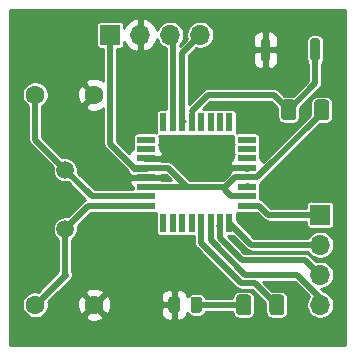
<source format=gbr>
%TF.GenerationSoftware,KiCad,Pcbnew,(5.1.6-0)*%
%TF.CreationDate,2021-01-06T13:16:31+01:00*%
%TF.ProjectId,PID_CMS,5049445f-434d-4532-9e6b-696361645f70,rev?*%
%TF.SameCoordinates,PX8404630PY32de760*%
%TF.FileFunction,Copper,L1,Top*%
%TF.FilePolarity,Positive*%
%FSLAX46Y46*%
G04 Gerber Fmt 4.6, Leading zero omitted, Abs format (unit mm)*
G04 Created by KiCad (PCBNEW (5.1.6-0)) date 2021-01-06 13:16:31*
%MOMM*%
%LPD*%
G01*
G04 APERTURE LIST*
%TA.AperFunction,SMDPad,CuDef*%
%ADD10R,0.550000X1.600000*%
%TD*%
%TA.AperFunction,SMDPad,CuDef*%
%ADD11R,1.600000X0.550000*%
%TD*%
%TA.AperFunction,ComponentPad*%
%ADD12O,1.700000X1.700000*%
%TD*%
%TA.AperFunction,ComponentPad*%
%ADD13R,1.700000X1.700000*%
%TD*%
%TA.AperFunction,ComponentPad*%
%ADD14C,1.500000*%
%TD*%
%TA.AperFunction,ComponentPad*%
%ADD15C,1.600000*%
%TD*%
%TA.AperFunction,Conductor*%
%ADD16C,0.500000*%
%TD*%
%TA.AperFunction,Conductor*%
%ADD17C,0.600000*%
%TD*%
%TA.AperFunction,Conductor*%
%ADD18C,0.400000*%
%TD*%
%TA.AperFunction,Conductor*%
%ADD19C,0.250000*%
%TD*%
%TA.AperFunction,Conductor*%
%ADD20C,0.254000*%
%TD*%
G04 APERTURE END LIST*
D10*
X13385001Y19244999D03*
X14185001Y19244999D03*
X14985001Y19244999D03*
X15785001Y19244999D03*
X16585001Y19244999D03*
X17385001Y19244999D03*
X18185001Y19244999D03*
X18985001Y19244999D03*
D11*
X20435001Y17794999D03*
X20435001Y16994999D03*
X20435001Y16194999D03*
X20435001Y15394999D03*
X20435001Y14594999D03*
X20435001Y13794999D03*
X20435001Y12994999D03*
X20435001Y12194999D03*
D10*
X18985001Y10744999D03*
X18185001Y10744999D03*
X17385001Y10744999D03*
X16585001Y10744999D03*
X15785001Y10744999D03*
X14985001Y10744999D03*
X14185001Y10744999D03*
X13385001Y10744999D03*
D11*
X11935001Y12194999D03*
X11935001Y12994999D03*
X11935001Y13794999D03*
X11935001Y14594999D03*
X11935001Y15394999D03*
X11935001Y16194999D03*
X11935001Y16994999D03*
X11935001Y17794999D03*
%TA.AperFunction,SMDPad,CuDef*%
G36*
G01*
X15690000Y3353750D02*
X15690000Y4266250D01*
G75*
G02*
X15933750Y4510000I243750J0D01*
G01*
X16421250Y4510000D01*
G75*
G02*
X16665000Y4266250I0J-243750D01*
G01*
X16665000Y3353750D01*
G75*
G02*
X16421250Y3110000I-243750J0D01*
G01*
X15933750Y3110000D01*
G75*
G02*
X15690000Y3353750I0J243750D01*
G01*
G37*
%TD.AperFunction*%
%TA.AperFunction,SMDPad,CuDef*%
G36*
G01*
X13815000Y3353750D02*
X13815000Y4266250D01*
G75*
G02*
X14058750Y4510000I243750J0D01*
G01*
X14546250Y4510000D01*
G75*
G02*
X14790000Y4266250I0J-243750D01*
G01*
X14790000Y3353750D01*
G75*
G02*
X14546250Y3110000I-243750J0D01*
G01*
X14058750Y3110000D01*
G75*
G02*
X13815000Y3353750I0J243750D01*
G01*
G37*
%TD.AperFunction*%
D12*
X26670000Y3810000D03*
X26670000Y6350000D03*
X26670000Y8890000D03*
D13*
X26670000Y11430000D03*
D12*
X16510000Y26670000D03*
X13970000Y26670000D03*
X11430000Y26670000D03*
D13*
X8890000Y26670000D03*
%TA.AperFunction,SMDPad,CuDef*%
G36*
G01*
X24625000Y20945000D02*
X24625000Y19695000D01*
G75*
G02*
X24375000Y19445000I-250000J0D01*
G01*
X23625000Y19445000D01*
G75*
G02*
X23375000Y19695000I0J250000D01*
G01*
X23375000Y20945000D01*
G75*
G02*
X23625000Y21195000I250000J0D01*
G01*
X24375000Y21195000D01*
G75*
G02*
X24625000Y20945000I0J-250000D01*
G01*
G37*
%TD.AperFunction*%
%TA.AperFunction,SMDPad,CuDef*%
G36*
G01*
X27425000Y20945000D02*
X27425000Y19695000D01*
G75*
G02*
X27175000Y19445000I-250000J0D01*
G01*
X26425000Y19445000D01*
G75*
G02*
X26175000Y19695000I0J250000D01*
G01*
X26175000Y20945000D01*
G75*
G02*
X26425000Y21195000I250000J0D01*
G01*
X27175000Y21195000D01*
G75*
G02*
X27425000Y20945000I0J-250000D01*
G01*
G37*
%TD.AperFunction*%
D14*
X5080000Y10240000D03*
X5080000Y15240000D03*
%TA.AperFunction,SMDPad,CuDef*%
G36*
G01*
X26630000Y26200000D02*
X26630000Y24600000D01*
G75*
G02*
X26430000Y24400000I-200000J0D01*
G01*
X26030000Y24400000D01*
G75*
G02*
X25830000Y24600000I0J200000D01*
G01*
X25830000Y26200000D01*
G75*
G02*
X26030000Y26400000I200000J0D01*
G01*
X26430000Y26400000D01*
G75*
G02*
X26630000Y26200000I0J-200000D01*
G01*
G37*
%TD.AperFunction*%
%TA.AperFunction,SMDPad,CuDef*%
G36*
G01*
X22430000Y26200000D02*
X22430000Y24600000D01*
G75*
G02*
X22230000Y24400000I-200000J0D01*
G01*
X21830000Y24400000D01*
G75*
G02*
X21630000Y24600000I0J200000D01*
G01*
X21630000Y26200000D01*
G75*
G02*
X21830000Y26400000I200000J0D01*
G01*
X22230000Y26400000D01*
G75*
G02*
X22430000Y26200000I0J-200000D01*
G01*
G37*
%TD.AperFunction*%
%TA.AperFunction,SMDPad,CuDef*%
G36*
G01*
X22365000Y3185000D02*
X22365000Y4435000D01*
G75*
G02*
X22615000Y4685000I250000J0D01*
G01*
X23365000Y4685000D01*
G75*
G02*
X23615000Y4435000I0J-250000D01*
G01*
X23615000Y3185000D01*
G75*
G02*
X23365000Y2935000I-250000J0D01*
G01*
X22615000Y2935000D01*
G75*
G02*
X22365000Y3185000I0J250000D01*
G01*
G37*
%TD.AperFunction*%
%TA.AperFunction,SMDPad,CuDef*%
G36*
G01*
X19565000Y3185000D02*
X19565000Y4435000D01*
G75*
G02*
X19815000Y4685000I250000J0D01*
G01*
X20565000Y4685000D01*
G75*
G02*
X20815000Y4435000I0J-250000D01*
G01*
X20815000Y3185000D01*
G75*
G02*
X20565000Y2935000I-250000J0D01*
G01*
X19815000Y2935000D01*
G75*
G02*
X19565000Y3185000I0J250000D01*
G01*
G37*
%TD.AperFunction*%
D15*
X7540000Y3810000D03*
X2540000Y3810000D03*
X7540000Y21590000D03*
X2540000Y21590000D03*
D16*
X2540000Y17780000D02*
X5080000Y15240000D01*
X2540000Y21590000D02*
X2540000Y17780000D01*
X7325001Y12994999D02*
X11935001Y12994999D01*
X5080000Y15240000D02*
X7325001Y12994999D01*
D17*
X5080000Y6350000D02*
X2540000Y3810000D01*
D16*
X5080000Y10240000D02*
X5080000Y6350000D01*
X7034999Y12194999D02*
X5080000Y10240000D01*
X11935001Y12194999D02*
X7034999Y12194999D01*
X16177500Y3810000D02*
X20190000Y3810000D01*
D18*
X13970000Y26670000D02*
X14060002Y26579998D01*
D16*
X14185001Y26454999D02*
X14185001Y19244999D01*
D18*
X13970000Y26670000D02*
X14185001Y26454999D01*
D19*
X15045001Y19244999D02*
X15185000Y19384998D01*
X14985001Y19244999D02*
X15045001Y19244999D01*
D16*
X14985001Y25145001D02*
X14985001Y19244999D01*
X16510000Y26670000D02*
X14985001Y25145001D01*
D19*
X19674999Y14594999D02*
X20435001Y14594999D01*
D16*
X8890000Y26670000D02*
X8890000Y17444998D01*
D17*
X10939999Y15394999D02*
X11935001Y15394999D01*
D16*
X8890000Y17444998D02*
X10939999Y15394999D01*
X19439999Y14594999D02*
X20435001Y14594999D01*
X18639999Y13794999D02*
X19439999Y14594999D01*
X13815001Y15394999D02*
X15415001Y13794999D01*
X11935001Y15394999D02*
X13815001Y15394999D01*
X15415001Y13794999D02*
X18639999Y13794999D01*
X11935001Y13794999D02*
X15415001Y13794999D01*
X18639999Y13490001D02*
X18639999Y13794999D01*
X19135001Y12994999D02*
X18639999Y13490001D01*
X20435001Y12994999D02*
X19135001Y12994999D01*
X21340003Y14594999D02*
X26800000Y20054996D01*
X26800000Y20054996D02*
X26800000Y20320000D01*
X20435001Y14594999D02*
X21340003Y14594999D01*
D19*
X22470000Y3810000D02*
X22990000Y3810000D01*
D18*
X22860000Y3940000D02*
X22990000Y3810000D01*
D16*
X20000085Y5649990D02*
X21150010Y5649990D01*
X21150010Y5649990D02*
X22990000Y3810000D01*
X16585001Y9065074D02*
X20000085Y5649990D01*
X16585001Y10744999D02*
X16585001Y9065074D01*
X26230000Y22550000D02*
X24000000Y20320000D01*
X26230000Y25400000D02*
X26230000Y22550000D01*
X15785001Y20240001D02*
X17135000Y21590000D01*
D18*
X15785001Y19244999D02*
X15785001Y20240001D01*
D16*
X22730000Y21590000D02*
X24000000Y20320000D01*
X17135000Y21590000D02*
X22730000Y21590000D01*
D18*
X20435001Y13854999D02*
X20500000Y13919998D01*
X20435001Y13794999D02*
X20435001Y13854999D01*
D19*
X25905001Y12194999D02*
X26670000Y11430000D01*
D16*
X22285002Y11430000D02*
X26670000Y11430000D01*
X21520003Y12194999D02*
X22285002Y11430000D01*
X20435001Y12194999D02*
X21520003Y12194999D01*
X18985001Y10744999D02*
X20840000Y8890000D01*
X20840000Y8890000D02*
X26670000Y8890000D01*
X18185001Y10565001D02*
X18110002Y10490002D01*
X18185001Y10744999D02*
X18185001Y10565001D01*
X18185001Y9444999D02*
X20010000Y7620000D01*
X18185001Y10744999D02*
X18185001Y9444999D01*
X25400000Y7620000D02*
X26670000Y6350000D01*
X20010000Y7620000D02*
X25400000Y7620000D01*
X17385001Y9255037D02*
X20290038Y6350000D01*
X17385001Y10744999D02*
X17385001Y9255037D01*
X26670000Y4425998D02*
X26670000Y3810000D01*
X24745998Y6350000D02*
X26670000Y4425998D01*
X20290038Y6350000D02*
X24745998Y6350000D01*
D20*
G36*
X28808001Y402000D02*
G01*
X402000Y402000D01*
X402000Y21701000D01*
X1413000Y21701000D01*
X1413000Y21479000D01*
X1456310Y21261266D01*
X1541266Y21056165D01*
X1664602Y20871579D01*
X1821579Y20714602D01*
X1963000Y20620108D01*
X1963001Y17808341D01*
X1960210Y17780000D01*
X1971349Y17666889D01*
X1999659Y17573569D01*
X2004344Y17558124D01*
X2057922Y17457885D01*
X2088840Y17420212D01*
X2111963Y17392036D01*
X2111966Y17392033D01*
X2130027Y17370026D01*
X2152034Y17351965D01*
X4028704Y15475295D01*
X4003000Y15346075D01*
X4003000Y15133925D01*
X4044389Y14925851D01*
X4125575Y14729849D01*
X4243440Y14553453D01*
X4393453Y14403440D01*
X4569849Y14285575D01*
X4765851Y14204389D01*
X4973925Y14163000D01*
X5186075Y14163000D01*
X5315295Y14188704D01*
X6787199Y12716800D01*
X6712884Y12677078D01*
X6682996Y12652549D01*
X6647034Y12623036D01*
X6647032Y12623034D01*
X6625025Y12604973D01*
X6606964Y12582966D01*
X5315295Y11291296D01*
X5186075Y11317000D01*
X4973925Y11317000D01*
X4765851Y11275611D01*
X4569849Y11194425D01*
X4393453Y11076560D01*
X4243440Y10926547D01*
X4125575Y10750151D01*
X4044389Y10554149D01*
X4003000Y10346075D01*
X4003000Y10133925D01*
X4044389Y9925851D01*
X4125575Y9729849D01*
X4243440Y9553453D01*
X4393453Y9403440D01*
X4503000Y9330242D01*
X4503001Y6659713D01*
X2758838Y4915550D01*
X2651000Y4937000D01*
X2429000Y4937000D01*
X2211266Y4893690D01*
X2006165Y4808734D01*
X1821579Y4685398D01*
X1664602Y4528421D01*
X1541266Y4343835D01*
X1456310Y4138734D01*
X1413000Y3921000D01*
X1413000Y3699000D01*
X1456310Y3481266D01*
X1541266Y3276165D01*
X1664602Y3091579D01*
X1821579Y2934602D01*
X2006165Y2811266D01*
X2211266Y2726310D01*
X2429000Y2683000D01*
X2651000Y2683000D01*
X2868734Y2726310D01*
X3073835Y2811266D01*
X3082862Y2817298D01*
X6726903Y2817298D01*
X6798486Y2573329D01*
X7053996Y2452429D01*
X7328184Y2383700D01*
X7610512Y2369783D01*
X7890130Y2411213D01*
X8156292Y2506397D01*
X8281514Y2573329D01*
X8353097Y2817298D01*
X7540000Y3630395D01*
X6726903Y2817298D01*
X3082862Y2817298D01*
X3258421Y2934602D01*
X3415398Y3091579D01*
X3538734Y3276165D01*
X3623690Y3481266D01*
X3667000Y3699000D01*
X3667000Y3739488D01*
X6099783Y3739488D01*
X6141213Y3459870D01*
X6236397Y3193708D01*
X6303329Y3068486D01*
X6547298Y2996903D01*
X7360395Y3810000D01*
X7719605Y3810000D01*
X8532702Y2996903D01*
X8776671Y3068486D01*
X8796314Y3110000D01*
X13176928Y3110000D01*
X13189188Y2985518D01*
X13225498Y2865820D01*
X13284463Y2755506D01*
X13363815Y2658815D01*
X13460506Y2579463D01*
X13570820Y2520498D01*
X13690518Y2484188D01*
X13815000Y2471928D01*
X14016750Y2475000D01*
X14175500Y2633750D01*
X14175500Y3683000D01*
X13338750Y3683000D01*
X13180000Y3524250D01*
X13176928Y3110000D01*
X8796314Y3110000D01*
X8897571Y3323996D01*
X8966300Y3598184D01*
X8980217Y3880512D01*
X8938787Y4160130D01*
X8843603Y4426292D01*
X8798861Y4510000D01*
X13176928Y4510000D01*
X13180000Y4095750D01*
X13338750Y3937000D01*
X14175500Y3937000D01*
X14175500Y4986250D01*
X14429500Y4986250D01*
X14429500Y3937000D01*
X14449500Y3937000D01*
X14449500Y3683000D01*
X14429500Y3683000D01*
X14429500Y2633750D01*
X14588250Y2475000D01*
X14790000Y2471928D01*
X14914482Y2484188D01*
X15034180Y2520498D01*
X15144494Y2579463D01*
X15241185Y2658815D01*
X15320537Y2755506D01*
X15379502Y2865820D01*
X15415812Y2985518D01*
X15426536Y3094406D01*
X15457873Y3035779D01*
X15529050Y2949050D01*
X15615779Y2877873D01*
X15714728Y2824984D01*
X15822094Y2792415D01*
X15933750Y2781418D01*
X16421250Y2781418D01*
X16532906Y2792415D01*
X16640272Y2824984D01*
X16739221Y2877873D01*
X16825950Y2949050D01*
X16897127Y3035779D01*
X16950016Y3134728D01*
X16979826Y3233000D01*
X19236418Y3233000D01*
X19236418Y3185000D01*
X19247535Y3072124D01*
X19280460Y2963586D01*
X19333927Y2863557D01*
X19405881Y2775881D01*
X19493557Y2703927D01*
X19593586Y2650460D01*
X19702124Y2617535D01*
X19815000Y2606418D01*
X20565000Y2606418D01*
X20677876Y2617535D01*
X20786414Y2650460D01*
X20886443Y2703927D01*
X20974119Y2775881D01*
X21046073Y2863557D01*
X21099540Y2963586D01*
X21132465Y3072124D01*
X21143582Y3185000D01*
X21143582Y4435000D01*
X21132465Y4547876D01*
X21099540Y4656414D01*
X21046073Y4756443D01*
X20974119Y4844119D01*
X20886443Y4916073D01*
X20786414Y4969540D01*
X20677876Y5002465D01*
X20565000Y5013582D01*
X19815000Y5013582D01*
X19702124Y5002465D01*
X19593586Y4969540D01*
X19493557Y4916073D01*
X19405881Y4844119D01*
X19333927Y4756443D01*
X19280460Y4656414D01*
X19247535Y4547876D01*
X19236418Y4435000D01*
X19236418Y4387000D01*
X16979826Y4387000D01*
X16950016Y4485272D01*
X16897127Y4584221D01*
X16825950Y4670950D01*
X16739221Y4742127D01*
X16640272Y4795016D01*
X16532906Y4827585D01*
X16421250Y4838582D01*
X15933750Y4838582D01*
X15822094Y4827585D01*
X15714728Y4795016D01*
X15615779Y4742127D01*
X15529050Y4670950D01*
X15457873Y4584221D01*
X15426536Y4525594D01*
X15415812Y4634482D01*
X15379502Y4754180D01*
X15320537Y4864494D01*
X15241185Y4961185D01*
X15144494Y5040537D01*
X15034180Y5099502D01*
X14914482Y5135812D01*
X14790000Y5148072D01*
X14588250Y5145000D01*
X14429500Y4986250D01*
X14175500Y4986250D01*
X14016750Y5145000D01*
X13815000Y5148072D01*
X13690518Y5135812D01*
X13570820Y5099502D01*
X13460506Y5040537D01*
X13363815Y4961185D01*
X13284463Y4864494D01*
X13225498Y4754180D01*
X13189188Y4634482D01*
X13176928Y4510000D01*
X8798861Y4510000D01*
X8776671Y4551514D01*
X8532702Y4623097D01*
X7719605Y3810000D01*
X7360395Y3810000D01*
X6547298Y4623097D01*
X6303329Y4551514D01*
X6182429Y4296004D01*
X6113700Y4021816D01*
X6099783Y3739488D01*
X3667000Y3739488D01*
X3667000Y3921000D01*
X3645550Y4028838D01*
X4419414Y4802702D01*
X6726903Y4802702D01*
X7540000Y3989605D01*
X8353097Y4802702D01*
X8281514Y5046671D01*
X8026004Y5167571D01*
X7751816Y5236300D01*
X7469488Y5250217D01*
X7189870Y5208787D01*
X6923708Y5113603D01*
X6798486Y5046671D01*
X6726903Y4802702D01*
X4419414Y4802702D01*
X5545130Y5928418D01*
X5603852Y5999971D01*
X5662074Y6108896D01*
X5697926Y6227086D01*
X5710033Y6349999D01*
X5697926Y6472912D01*
X5662074Y6591103D01*
X5657000Y6600596D01*
X5657000Y9330242D01*
X5766547Y9403440D01*
X5916560Y9553453D01*
X6034425Y9729849D01*
X6115611Y9925851D01*
X6157000Y10133925D01*
X6157000Y10346075D01*
X6131296Y10475295D01*
X7274001Y11617999D01*
X11006321Y11617999D01*
X11009258Y11616429D01*
X11070898Y11597731D01*
X11135001Y11591417D01*
X12735001Y11591417D01*
X12786491Y11596489D01*
X12781419Y11544999D01*
X12781419Y9944999D01*
X12787733Y9880896D01*
X12806431Y9819256D01*
X12836795Y9762449D01*
X12877658Y9712656D01*
X12927451Y9671793D01*
X12984258Y9641429D01*
X13045898Y9622731D01*
X13110001Y9616417D01*
X13660001Y9616417D01*
X13724104Y9622731D01*
X13785001Y9641204D01*
X13845898Y9622731D01*
X13910001Y9616417D01*
X14460001Y9616417D01*
X14524104Y9622731D01*
X14585001Y9641204D01*
X14645898Y9622731D01*
X14710001Y9616417D01*
X15260001Y9616417D01*
X15324104Y9622731D01*
X15385001Y9641204D01*
X15445898Y9622731D01*
X15510001Y9616417D01*
X16008002Y9616417D01*
X16008002Y9093415D01*
X16005211Y9065074D01*
X16016350Y8951963D01*
X16042668Y8865208D01*
X16049345Y8843198D01*
X16102923Y8742959D01*
X16122274Y8719380D01*
X16156964Y8677110D01*
X16156967Y8677107D01*
X16175028Y8655100D01*
X16197035Y8637039D01*
X19572050Y5262023D01*
X19590111Y5240016D01*
X19612118Y5221955D01*
X19612120Y5221953D01*
X19628163Y5208787D01*
X19677970Y5167911D01*
X19778209Y5114333D01*
X19886973Y5081340D01*
X19971749Y5072990D01*
X19971755Y5072990D01*
X20000084Y5070200D01*
X20028413Y5072990D01*
X20911009Y5072990D01*
X22036418Y3947581D01*
X22036418Y3937764D01*
X22024540Y3898607D01*
X22015813Y3810000D01*
X22024540Y3721393D01*
X22036418Y3682236D01*
X22036418Y3185000D01*
X22047535Y3072124D01*
X22080460Y2963586D01*
X22133927Y2863557D01*
X22205881Y2775881D01*
X22293557Y2703927D01*
X22393586Y2650460D01*
X22502124Y2617535D01*
X22615000Y2606418D01*
X23365000Y2606418D01*
X23477876Y2617535D01*
X23586414Y2650460D01*
X23686443Y2703927D01*
X23774119Y2775881D01*
X23846073Y2863557D01*
X23899540Y2963586D01*
X23932465Y3072124D01*
X23943582Y3185000D01*
X23943582Y4435000D01*
X23932465Y4547876D01*
X23899540Y4656414D01*
X23846073Y4756443D01*
X23774119Y4844119D01*
X23686443Y4916073D01*
X23586414Y4969540D01*
X23477876Y5002465D01*
X23365000Y5013582D01*
X22615000Y5013582D01*
X22603547Y5012454D01*
X21843001Y5773000D01*
X24506997Y5773000D01*
X25741320Y4538677D01*
X25626956Y4367519D01*
X25538231Y4153318D01*
X25493000Y3925924D01*
X25493000Y3694076D01*
X25538231Y3466682D01*
X25626956Y3252481D01*
X25755764Y3059706D01*
X25919706Y2895764D01*
X26112481Y2766956D01*
X26326682Y2678231D01*
X26554076Y2633000D01*
X26785924Y2633000D01*
X27013318Y2678231D01*
X27227519Y2766956D01*
X27420294Y2895764D01*
X27584236Y3059706D01*
X27713044Y3252481D01*
X27801769Y3466682D01*
X27847000Y3694076D01*
X27847000Y3925924D01*
X27801769Y4153318D01*
X27713044Y4367519D01*
X27584236Y4560294D01*
X27420294Y4724236D01*
X27227519Y4853044D01*
X27013318Y4941769D01*
X26959531Y4952468D01*
X26738999Y5173000D01*
X26785924Y5173000D01*
X27013318Y5218231D01*
X27227519Y5306956D01*
X27420294Y5435764D01*
X27584236Y5599706D01*
X27713044Y5792481D01*
X27801769Y6006682D01*
X27847000Y6234076D01*
X27847000Y6465924D01*
X27801769Y6693318D01*
X27713044Y6907519D01*
X27584236Y7100294D01*
X27420294Y7264236D01*
X27227519Y7393044D01*
X27013318Y7481769D01*
X26785924Y7527000D01*
X26554076Y7527000D01*
X26349662Y7486340D01*
X25828039Y8007962D01*
X25809974Y8029974D01*
X25722115Y8102079D01*
X25621876Y8155657D01*
X25557770Y8175103D01*
X25513111Y8188651D01*
X25458045Y8194074D01*
X25428336Y8197000D01*
X25428331Y8197000D01*
X25400000Y8199790D01*
X25371669Y8197000D01*
X20249001Y8197000D01*
X18829584Y9616417D01*
X19260001Y9616417D01*
X19294212Y9619787D01*
X20411961Y8502038D01*
X20430026Y8480026D01*
X20517885Y8407921D01*
X20618124Y8354343D01*
X20662782Y8340796D01*
X20726888Y8321349D01*
X20784886Y8315637D01*
X20811664Y8313000D01*
X20811669Y8313000D01*
X20840000Y8310210D01*
X20868331Y8313000D01*
X25639973Y8313000D01*
X25755764Y8139706D01*
X25919706Y7975764D01*
X26112481Y7846956D01*
X26326682Y7758231D01*
X26554076Y7713000D01*
X26785924Y7713000D01*
X27013318Y7758231D01*
X27227519Y7846956D01*
X27420294Y7975764D01*
X27584236Y8139706D01*
X27713044Y8332481D01*
X27801769Y8546682D01*
X27847000Y8774076D01*
X27847000Y9005924D01*
X27801769Y9233318D01*
X27713044Y9447519D01*
X27584236Y9640294D01*
X27420294Y9804236D01*
X27227519Y9933044D01*
X27013318Y10021769D01*
X26785924Y10067000D01*
X26554076Y10067000D01*
X26326682Y10021769D01*
X26112481Y9933044D01*
X25919706Y9804236D01*
X25755764Y9640294D01*
X25639973Y9467000D01*
X21079001Y9467000D01*
X19588583Y10957418D01*
X19588583Y11544999D01*
X19583511Y11596489D01*
X19635001Y11591417D01*
X21235001Y11591417D01*
X21299104Y11597731D01*
X21300766Y11598235D01*
X21856967Y11042033D01*
X21875028Y11020026D01*
X21897035Y11001965D01*
X21897037Y11001963D01*
X21909724Y10991552D01*
X21962887Y10947921D01*
X22063126Y10894343D01*
X22107784Y10880796D01*
X22171890Y10861349D01*
X22229888Y10855637D01*
X22256666Y10853000D01*
X22256671Y10853000D01*
X22285002Y10850210D01*
X22313333Y10853000D01*
X25491418Y10853000D01*
X25491418Y10580000D01*
X25497732Y10515897D01*
X25516430Y10454257D01*
X25546794Y10397450D01*
X25587657Y10347657D01*
X25637450Y10306794D01*
X25694257Y10276430D01*
X25755897Y10257732D01*
X25820000Y10251418D01*
X27520000Y10251418D01*
X27584103Y10257732D01*
X27645743Y10276430D01*
X27702550Y10306794D01*
X27752343Y10347657D01*
X27793206Y10397450D01*
X27823570Y10454257D01*
X27842268Y10515897D01*
X27848582Y10580000D01*
X27848582Y12280000D01*
X27842268Y12344103D01*
X27823570Y12405743D01*
X27793206Y12462550D01*
X27752343Y12512343D01*
X27702550Y12553206D01*
X27645743Y12583570D01*
X27584103Y12602268D01*
X27520000Y12608582D01*
X26090093Y12608582D01*
X26078810Y12614613D01*
X25993608Y12640459D01*
X25905001Y12649186D01*
X25816394Y12640459D01*
X25731192Y12614613D01*
X25652668Y12572641D01*
X25583843Y12516157D01*
X25527359Y12447332D01*
X25485387Y12368808D01*
X25459541Y12283606D01*
X25450814Y12194999D01*
X25459541Y12106392D01*
X25485387Y12021190D01*
X25491418Y12009907D01*
X25491418Y12007000D01*
X22524004Y12007000D01*
X21948042Y12582961D01*
X21929977Y12604973D01*
X21842118Y12677078D01*
X21741879Y12730656D01*
X21677773Y12750102D01*
X21633114Y12763650D01*
X21578048Y12769073D01*
X21563583Y12770498D01*
X21563583Y13269999D01*
X21557269Y13334102D01*
X21538796Y13394999D01*
X21557269Y13455896D01*
X21563583Y13519999D01*
X21563583Y14060253D01*
X21662118Y14112920D01*
X21749977Y14185025D01*
X21768042Y14207037D01*
X26677423Y19116418D01*
X27175000Y19116418D01*
X27287876Y19127535D01*
X27396414Y19160460D01*
X27496443Y19213927D01*
X27584119Y19285881D01*
X27656073Y19373557D01*
X27709540Y19473586D01*
X27742465Y19582124D01*
X27753582Y19695000D01*
X27753582Y20945000D01*
X27742465Y21057876D01*
X27709540Y21166414D01*
X27656073Y21266443D01*
X27584119Y21354119D01*
X27496443Y21426073D01*
X27396414Y21479540D01*
X27287876Y21512465D01*
X27175000Y21523582D01*
X26425000Y21523582D01*
X26312124Y21512465D01*
X26203586Y21479540D01*
X26103557Y21426073D01*
X26015881Y21354119D01*
X25943927Y21266443D01*
X25890460Y21166414D01*
X25857535Y21057876D01*
X25846418Y20945000D01*
X25846418Y19917415D01*
X21828673Y15899670D01*
X21823321Y15917011D01*
X21763827Y16027040D01*
X21684011Y16123349D01*
X21586939Y16202235D01*
X21563583Y16214575D01*
X21563583Y16469999D01*
X21557269Y16534102D01*
X21538796Y16594999D01*
X21557269Y16655896D01*
X21563583Y16719999D01*
X21563583Y17269999D01*
X21557269Y17334102D01*
X21538796Y17394999D01*
X21557269Y17455896D01*
X21563583Y17519999D01*
X21563583Y18069999D01*
X21557269Y18134102D01*
X21538571Y18195742D01*
X21508207Y18252549D01*
X21467344Y18302342D01*
X21417551Y18343205D01*
X21360744Y18373569D01*
X21299104Y18392267D01*
X21235001Y18398581D01*
X19635001Y18398581D01*
X19583511Y18393509D01*
X19588583Y18444999D01*
X19588583Y20044999D01*
X19582269Y20109102D01*
X19563571Y20170742D01*
X19533207Y20227549D01*
X19492344Y20277342D01*
X19442551Y20318205D01*
X19385744Y20348569D01*
X19324104Y20367267D01*
X19260001Y20373581D01*
X18710001Y20373581D01*
X18645898Y20367267D01*
X18585001Y20348794D01*
X18524104Y20367267D01*
X18460001Y20373581D01*
X17910001Y20373581D01*
X17845898Y20367267D01*
X17785001Y20348794D01*
X17724104Y20367267D01*
X17660001Y20373581D01*
X17110001Y20373581D01*
X17045898Y20367267D01*
X16985001Y20348794D01*
X16924104Y20367267D01*
X16860001Y20373581D01*
X16734582Y20373581D01*
X17374001Y21013000D01*
X22490999Y21013000D01*
X23046418Y20457580D01*
X23046418Y19695000D01*
X23057535Y19582124D01*
X23090460Y19473586D01*
X23143927Y19373557D01*
X23215881Y19285881D01*
X23303557Y19213927D01*
X23403586Y19160460D01*
X23512124Y19127535D01*
X23625000Y19116418D01*
X24375000Y19116418D01*
X24487876Y19127535D01*
X24596414Y19160460D01*
X24696443Y19213927D01*
X24784119Y19285881D01*
X24856073Y19373557D01*
X24909540Y19473586D01*
X24942465Y19582124D01*
X24953582Y19695000D01*
X24953582Y20457581D01*
X26617967Y22121965D01*
X26639974Y22140026D01*
X26662112Y22167000D01*
X26674405Y22181980D01*
X26712079Y22227885D01*
X26765657Y22328124D01*
X26798650Y22436888D01*
X26807000Y22521664D01*
X26807000Y22521670D01*
X26809790Y22549999D01*
X26807000Y22578328D01*
X26807000Y24230179D01*
X26869500Y24306336D01*
X26918346Y24397720D01*
X26948425Y24496879D01*
X26958582Y24600000D01*
X26958582Y26200000D01*
X26948425Y26303121D01*
X26918346Y26402280D01*
X26869500Y26493664D01*
X26803764Y26573764D01*
X26723664Y26639500D01*
X26632280Y26688346D01*
X26533121Y26718425D01*
X26430000Y26728582D01*
X26030000Y26728582D01*
X25926879Y26718425D01*
X25827720Y26688346D01*
X25736336Y26639500D01*
X25656236Y26573764D01*
X25590500Y26493664D01*
X25541654Y26402280D01*
X25511575Y26303121D01*
X25501418Y26200000D01*
X25501418Y24600000D01*
X25511575Y24496879D01*
X25541654Y24397720D01*
X25590500Y24306336D01*
X25653000Y24230179D01*
X25653001Y22789003D01*
X24386453Y21522454D01*
X24375000Y21523582D01*
X23625000Y21523582D01*
X23613547Y21522454D01*
X23158039Y21977962D01*
X23139974Y21999974D01*
X23052115Y22072079D01*
X22951876Y22125657D01*
X22887770Y22145103D01*
X22843111Y22158651D01*
X22788045Y22164074D01*
X22758336Y22167000D01*
X22758331Y22167000D01*
X22730000Y22169790D01*
X22701669Y22167000D01*
X17163331Y22167000D01*
X17135000Y22169790D01*
X17106669Y22167000D01*
X17106664Y22167000D01*
X17079886Y22164363D01*
X17021888Y22158651D01*
X16957782Y22139204D01*
X16913124Y22125657D01*
X16812885Y22072079D01*
X16725026Y21999974D01*
X16706961Y21977962D01*
X15562001Y20833002D01*
X15562001Y24400000D01*
X20991928Y24400000D01*
X21004188Y24275518D01*
X21040498Y24155820D01*
X21099463Y24045506D01*
X21178815Y23948815D01*
X21275506Y23869463D01*
X21385820Y23810498D01*
X21505518Y23774188D01*
X21630000Y23761928D01*
X21744250Y23765000D01*
X21903000Y23923750D01*
X21903000Y25273000D01*
X22157000Y25273000D01*
X22157000Y23923750D01*
X22315750Y23765000D01*
X22430000Y23761928D01*
X22554482Y23774188D01*
X22674180Y23810498D01*
X22784494Y23869463D01*
X22881185Y23948815D01*
X22960537Y24045506D01*
X23019502Y24155820D01*
X23055812Y24275518D01*
X23068072Y24400000D01*
X23065000Y25114250D01*
X22906250Y25273000D01*
X22157000Y25273000D01*
X21903000Y25273000D01*
X21153750Y25273000D01*
X20995000Y25114250D01*
X20991928Y24400000D01*
X15562001Y24400000D01*
X15562001Y24906000D01*
X16189662Y25533660D01*
X16394076Y25493000D01*
X16625924Y25493000D01*
X16853318Y25538231D01*
X17067519Y25626956D01*
X17260294Y25755764D01*
X17424236Y25919706D01*
X17553044Y26112481D01*
X17641769Y26326682D01*
X17656352Y26400000D01*
X20991928Y26400000D01*
X20995000Y25685750D01*
X21153750Y25527000D01*
X21903000Y25527000D01*
X21903000Y26876250D01*
X22157000Y26876250D01*
X22157000Y25527000D01*
X22906250Y25527000D01*
X23065000Y25685750D01*
X23068072Y26400000D01*
X23055812Y26524482D01*
X23019502Y26644180D01*
X22960537Y26754494D01*
X22881185Y26851185D01*
X22784494Y26930537D01*
X22674180Y26989502D01*
X22554482Y27025812D01*
X22430000Y27038072D01*
X22315750Y27035000D01*
X22157000Y26876250D01*
X21903000Y26876250D01*
X21744250Y27035000D01*
X21630000Y27038072D01*
X21505518Y27025812D01*
X21385820Y26989502D01*
X21275506Y26930537D01*
X21178815Y26851185D01*
X21099463Y26754494D01*
X21040498Y26644180D01*
X21004188Y26524482D01*
X20991928Y26400000D01*
X17656352Y26400000D01*
X17687000Y26554076D01*
X17687000Y26785924D01*
X17641769Y27013318D01*
X17553044Y27227519D01*
X17424236Y27420294D01*
X17260294Y27584236D01*
X17067519Y27713044D01*
X16853318Y27801769D01*
X16625924Y27847000D01*
X16394076Y27847000D01*
X16166682Y27801769D01*
X15952481Y27713044D01*
X15759706Y27584236D01*
X15595764Y27420294D01*
X15466956Y27227519D01*
X15378231Y27013318D01*
X15333000Y26785924D01*
X15333000Y26554076D01*
X15373660Y26349662D01*
X14762001Y25738002D01*
X14762001Y25797471D01*
X14884236Y25919706D01*
X15013044Y26112481D01*
X15101769Y26326682D01*
X15147000Y26554076D01*
X15147000Y26785924D01*
X15101769Y27013318D01*
X15013044Y27227519D01*
X14884236Y27420294D01*
X14720294Y27584236D01*
X14527519Y27713044D01*
X14313318Y27801769D01*
X14085924Y27847000D01*
X13854076Y27847000D01*
X13626682Y27801769D01*
X13412481Y27713044D01*
X13219706Y27584236D01*
X13055764Y27420294D01*
X12926956Y27227519D01*
X12858736Y27062821D01*
X12774157Y27301252D01*
X12625178Y27551355D01*
X12430269Y27767588D01*
X12196920Y27941641D01*
X11934099Y28066825D01*
X11786890Y28111476D01*
X11557000Y27990155D01*
X11557000Y26797000D01*
X11577000Y26797000D01*
X11577000Y26543000D01*
X11557000Y26543000D01*
X11557000Y25349845D01*
X11786890Y25228524D01*
X11934099Y25273175D01*
X12196920Y25398359D01*
X12430269Y25572412D01*
X12625178Y25788645D01*
X12774157Y26038748D01*
X12858736Y26277179D01*
X12926956Y26112481D01*
X13055764Y25919706D01*
X13219706Y25755764D01*
X13412481Y25626956D01*
X13608001Y25545969D01*
X13608002Y20373581D01*
X13110001Y20373581D01*
X13045898Y20367267D01*
X12984258Y20348569D01*
X12927451Y20318205D01*
X12877658Y20277342D01*
X12836795Y20227549D01*
X12806431Y20170742D01*
X12787733Y20109102D01*
X12781419Y20044999D01*
X12781419Y18444999D01*
X12786491Y18393509D01*
X12735001Y18398581D01*
X11135001Y18398581D01*
X11070898Y18392267D01*
X11009258Y18373569D01*
X10952451Y18343205D01*
X10902658Y18302342D01*
X10861795Y18252549D01*
X10831431Y18195742D01*
X10812733Y18134102D01*
X10806419Y18069999D01*
X10806419Y17519999D01*
X10812733Y17455896D01*
X10831206Y17394999D01*
X10812733Y17334102D01*
X10806419Y17269999D01*
X10806419Y17014575D01*
X10783063Y17002235D01*
X10685991Y16923349D01*
X10606175Y16827040D01*
X10546681Y16717011D01*
X10520104Y16630895D01*
X9467000Y17683999D01*
X9467000Y25491418D01*
X9740000Y25491418D01*
X9804103Y25497732D01*
X9865743Y25516430D01*
X9922550Y25546794D01*
X9972343Y25587657D01*
X10013206Y25637450D01*
X10043570Y25694257D01*
X10062268Y25755897D01*
X10068582Y25820000D01*
X10068582Y26087408D01*
X10085843Y26038748D01*
X10234822Y25788645D01*
X10429731Y25572412D01*
X10663080Y25398359D01*
X10925901Y25273175D01*
X11073110Y25228524D01*
X11303000Y25349845D01*
X11303000Y26543000D01*
X11283000Y26543000D01*
X11283000Y26797000D01*
X11303000Y26797000D01*
X11303000Y27990155D01*
X11073110Y28111476D01*
X10925901Y28066825D01*
X10663080Y27941641D01*
X10429731Y27767588D01*
X10234822Y27551355D01*
X10085843Y27301252D01*
X10068582Y27252592D01*
X10068582Y27520000D01*
X10062268Y27584103D01*
X10043570Y27645743D01*
X10013206Y27702550D01*
X9972343Y27752343D01*
X9922550Y27793206D01*
X9865743Y27823570D01*
X9804103Y27842268D01*
X9740000Y27848582D01*
X8040000Y27848582D01*
X7975897Y27842268D01*
X7914257Y27823570D01*
X7857450Y27793206D01*
X7807657Y27752343D01*
X7766794Y27702550D01*
X7736430Y27645743D01*
X7717732Y27584103D01*
X7711418Y27520000D01*
X7711418Y25820000D01*
X7717732Y25755897D01*
X7736430Y25694257D01*
X7766794Y25637450D01*
X7807657Y25587657D01*
X7857450Y25546794D01*
X7914257Y25516430D01*
X7975897Y25497732D01*
X8040000Y25491418D01*
X8313000Y25491418D01*
X8313000Y22719359D01*
X8281514Y22826671D01*
X8026004Y22947571D01*
X7751816Y23016300D01*
X7469488Y23030217D01*
X7189870Y22988787D01*
X6923708Y22893603D01*
X6798486Y22826671D01*
X6726903Y22582702D01*
X7540000Y21769605D01*
X7554143Y21783747D01*
X7733748Y21604142D01*
X7719605Y21590000D01*
X7733748Y21575857D01*
X7554143Y21396252D01*
X7540000Y21410395D01*
X6726903Y20597298D01*
X6798486Y20353329D01*
X7053996Y20232429D01*
X7328184Y20163700D01*
X7610512Y20149783D01*
X7890130Y20191213D01*
X8156292Y20286397D01*
X8281514Y20353329D01*
X8313001Y20460642D01*
X8313001Y17473339D01*
X8310210Y17444998D01*
X8321349Y17331887D01*
X8354344Y17223122D01*
X8407922Y17122883D01*
X8429655Y17096402D01*
X8461963Y17057034D01*
X8461966Y17057031D01*
X8480027Y17035024D01*
X8502034Y17016963D01*
X10354799Y15164198D01*
X10357924Y15153896D01*
X10416146Y15044971D01*
X10494498Y14949498D01*
X10505043Y14940844D01*
X10500001Y14880749D01*
X10658751Y14721999D01*
X11808001Y14721999D01*
X11808001Y14741999D01*
X12062001Y14741999D01*
X12062001Y14721999D01*
X13211251Y14721999D01*
X13307251Y14817999D01*
X13576000Y14817999D01*
X14022000Y14371999D01*
X13307251Y14371999D01*
X13211251Y14467999D01*
X12062001Y14467999D01*
X12062001Y14447999D01*
X11808001Y14447999D01*
X11808001Y14467999D01*
X10658751Y14467999D01*
X10500001Y14309249D01*
X10509795Y14192509D01*
X10546681Y14072987D01*
X10606175Y13962958D01*
X10685991Y13866649D01*
X10783063Y13787763D01*
X10806419Y13775423D01*
X10806419Y13571999D01*
X7564002Y13571999D01*
X6131296Y15004705D01*
X6157000Y15133925D01*
X6157000Y15346075D01*
X6115611Y15554149D01*
X6034425Y15750151D01*
X5916560Y15926547D01*
X5766547Y16076560D01*
X5590151Y16194425D01*
X5394149Y16275611D01*
X5186075Y16317000D01*
X4973925Y16317000D01*
X4844705Y16291296D01*
X3117000Y18019001D01*
X3117000Y20620108D01*
X3258421Y20714602D01*
X3415398Y20871579D01*
X3538734Y21056165D01*
X3623690Y21261266D01*
X3667000Y21479000D01*
X3667000Y21519488D01*
X6099783Y21519488D01*
X6141213Y21239870D01*
X6236397Y20973708D01*
X6303329Y20848486D01*
X6547298Y20776903D01*
X7360395Y21590000D01*
X6547298Y22403097D01*
X6303329Y22331514D01*
X6182429Y22076004D01*
X6113700Y21801816D01*
X6099783Y21519488D01*
X3667000Y21519488D01*
X3667000Y21701000D01*
X3623690Y21918734D01*
X3538734Y22123835D01*
X3415398Y22308421D01*
X3258421Y22465398D01*
X3073835Y22588734D01*
X2868734Y22673690D01*
X2651000Y22717000D01*
X2429000Y22717000D01*
X2211266Y22673690D01*
X2006165Y22588734D01*
X1821579Y22465398D01*
X1664602Y22308421D01*
X1541266Y22123835D01*
X1456310Y21918734D01*
X1413000Y21701000D01*
X402000Y21701000D01*
X402000Y28808000D01*
X28808000Y28808000D01*
X28808001Y402000D01*
G37*
X28808001Y402000D02*
X402000Y402000D01*
X402000Y21701000D01*
X1413000Y21701000D01*
X1413000Y21479000D01*
X1456310Y21261266D01*
X1541266Y21056165D01*
X1664602Y20871579D01*
X1821579Y20714602D01*
X1963000Y20620108D01*
X1963001Y17808341D01*
X1960210Y17780000D01*
X1971349Y17666889D01*
X1999659Y17573569D01*
X2004344Y17558124D01*
X2057922Y17457885D01*
X2088840Y17420212D01*
X2111963Y17392036D01*
X2111966Y17392033D01*
X2130027Y17370026D01*
X2152034Y17351965D01*
X4028704Y15475295D01*
X4003000Y15346075D01*
X4003000Y15133925D01*
X4044389Y14925851D01*
X4125575Y14729849D01*
X4243440Y14553453D01*
X4393453Y14403440D01*
X4569849Y14285575D01*
X4765851Y14204389D01*
X4973925Y14163000D01*
X5186075Y14163000D01*
X5315295Y14188704D01*
X6787199Y12716800D01*
X6712884Y12677078D01*
X6682996Y12652549D01*
X6647034Y12623036D01*
X6647032Y12623034D01*
X6625025Y12604973D01*
X6606964Y12582966D01*
X5315295Y11291296D01*
X5186075Y11317000D01*
X4973925Y11317000D01*
X4765851Y11275611D01*
X4569849Y11194425D01*
X4393453Y11076560D01*
X4243440Y10926547D01*
X4125575Y10750151D01*
X4044389Y10554149D01*
X4003000Y10346075D01*
X4003000Y10133925D01*
X4044389Y9925851D01*
X4125575Y9729849D01*
X4243440Y9553453D01*
X4393453Y9403440D01*
X4503000Y9330242D01*
X4503001Y6659713D01*
X2758838Y4915550D01*
X2651000Y4937000D01*
X2429000Y4937000D01*
X2211266Y4893690D01*
X2006165Y4808734D01*
X1821579Y4685398D01*
X1664602Y4528421D01*
X1541266Y4343835D01*
X1456310Y4138734D01*
X1413000Y3921000D01*
X1413000Y3699000D01*
X1456310Y3481266D01*
X1541266Y3276165D01*
X1664602Y3091579D01*
X1821579Y2934602D01*
X2006165Y2811266D01*
X2211266Y2726310D01*
X2429000Y2683000D01*
X2651000Y2683000D01*
X2868734Y2726310D01*
X3073835Y2811266D01*
X3082862Y2817298D01*
X6726903Y2817298D01*
X6798486Y2573329D01*
X7053996Y2452429D01*
X7328184Y2383700D01*
X7610512Y2369783D01*
X7890130Y2411213D01*
X8156292Y2506397D01*
X8281514Y2573329D01*
X8353097Y2817298D01*
X7540000Y3630395D01*
X6726903Y2817298D01*
X3082862Y2817298D01*
X3258421Y2934602D01*
X3415398Y3091579D01*
X3538734Y3276165D01*
X3623690Y3481266D01*
X3667000Y3699000D01*
X3667000Y3739488D01*
X6099783Y3739488D01*
X6141213Y3459870D01*
X6236397Y3193708D01*
X6303329Y3068486D01*
X6547298Y2996903D01*
X7360395Y3810000D01*
X7719605Y3810000D01*
X8532702Y2996903D01*
X8776671Y3068486D01*
X8796314Y3110000D01*
X13176928Y3110000D01*
X13189188Y2985518D01*
X13225498Y2865820D01*
X13284463Y2755506D01*
X13363815Y2658815D01*
X13460506Y2579463D01*
X13570820Y2520498D01*
X13690518Y2484188D01*
X13815000Y2471928D01*
X14016750Y2475000D01*
X14175500Y2633750D01*
X14175500Y3683000D01*
X13338750Y3683000D01*
X13180000Y3524250D01*
X13176928Y3110000D01*
X8796314Y3110000D01*
X8897571Y3323996D01*
X8966300Y3598184D01*
X8980217Y3880512D01*
X8938787Y4160130D01*
X8843603Y4426292D01*
X8798861Y4510000D01*
X13176928Y4510000D01*
X13180000Y4095750D01*
X13338750Y3937000D01*
X14175500Y3937000D01*
X14175500Y4986250D01*
X14429500Y4986250D01*
X14429500Y3937000D01*
X14449500Y3937000D01*
X14449500Y3683000D01*
X14429500Y3683000D01*
X14429500Y2633750D01*
X14588250Y2475000D01*
X14790000Y2471928D01*
X14914482Y2484188D01*
X15034180Y2520498D01*
X15144494Y2579463D01*
X15241185Y2658815D01*
X15320537Y2755506D01*
X15379502Y2865820D01*
X15415812Y2985518D01*
X15426536Y3094406D01*
X15457873Y3035779D01*
X15529050Y2949050D01*
X15615779Y2877873D01*
X15714728Y2824984D01*
X15822094Y2792415D01*
X15933750Y2781418D01*
X16421250Y2781418D01*
X16532906Y2792415D01*
X16640272Y2824984D01*
X16739221Y2877873D01*
X16825950Y2949050D01*
X16897127Y3035779D01*
X16950016Y3134728D01*
X16979826Y3233000D01*
X19236418Y3233000D01*
X19236418Y3185000D01*
X19247535Y3072124D01*
X19280460Y2963586D01*
X19333927Y2863557D01*
X19405881Y2775881D01*
X19493557Y2703927D01*
X19593586Y2650460D01*
X19702124Y2617535D01*
X19815000Y2606418D01*
X20565000Y2606418D01*
X20677876Y2617535D01*
X20786414Y2650460D01*
X20886443Y2703927D01*
X20974119Y2775881D01*
X21046073Y2863557D01*
X21099540Y2963586D01*
X21132465Y3072124D01*
X21143582Y3185000D01*
X21143582Y4435000D01*
X21132465Y4547876D01*
X21099540Y4656414D01*
X21046073Y4756443D01*
X20974119Y4844119D01*
X20886443Y4916073D01*
X20786414Y4969540D01*
X20677876Y5002465D01*
X20565000Y5013582D01*
X19815000Y5013582D01*
X19702124Y5002465D01*
X19593586Y4969540D01*
X19493557Y4916073D01*
X19405881Y4844119D01*
X19333927Y4756443D01*
X19280460Y4656414D01*
X19247535Y4547876D01*
X19236418Y4435000D01*
X19236418Y4387000D01*
X16979826Y4387000D01*
X16950016Y4485272D01*
X16897127Y4584221D01*
X16825950Y4670950D01*
X16739221Y4742127D01*
X16640272Y4795016D01*
X16532906Y4827585D01*
X16421250Y4838582D01*
X15933750Y4838582D01*
X15822094Y4827585D01*
X15714728Y4795016D01*
X15615779Y4742127D01*
X15529050Y4670950D01*
X15457873Y4584221D01*
X15426536Y4525594D01*
X15415812Y4634482D01*
X15379502Y4754180D01*
X15320537Y4864494D01*
X15241185Y4961185D01*
X15144494Y5040537D01*
X15034180Y5099502D01*
X14914482Y5135812D01*
X14790000Y5148072D01*
X14588250Y5145000D01*
X14429500Y4986250D01*
X14175500Y4986250D01*
X14016750Y5145000D01*
X13815000Y5148072D01*
X13690518Y5135812D01*
X13570820Y5099502D01*
X13460506Y5040537D01*
X13363815Y4961185D01*
X13284463Y4864494D01*
X13225498Y4754180D01*
X13189188Y4634482D01*
X13176928Y4510000D01*
X8798861Y4510000D01*
X8776671Y4551514D01*
X8532702Y4623097D01*
X7719605Y3810000D01*
X7360395Y3810000D01*
X6547298Y4623097D01*
X6303329Y4551514D01*
X6182429Y4296004D01*
X6113700Y4021816D01*
X6099783Y3739488D01*
X3667000Y3739488D01*
X3667000Y3921000D01*
X3645550Y4028838D01*
X4419414Y4802702D01*
X6726903Y4802702D01*
X7540000Y3989605D01*
X8353097Y4802702D01*
X8281514Y5046671D01*
X8026004Y5167571D01*
X7751816Y5236300D01*
X7469488Y5250217D01*
X7189870Y5208787D01*
X6923708Y5113603D01*
X6798486Y5046671D01*
X6726903Y4802702D01*
X4419414Y4802702D01*
X5545130Y5928418D01*
X5603852Y5999971D01*
X5662074Y6108896D01*
X5697926Y6227086D01*
X5710033Y6349999D01*
X5697926Y6472912D01*
X5662074Y6591103D01*
X5657000Y6600596D01*
X5657000Y9330242D01*
X5766547Y9403440D01*
X5916560Y9553453D01*
X6034425Y9729849D01*
X6115611Y9925851D01*
X6157000Y10133925D01*
X6157000Y10346075D01*
X6131296Y10475295D01*
X7274001Y11617999D01*
X11006321Y11617999D01*
X11009258Y11616429D01*
X11070898Y11597731D01*
X11135001Y11591417D01*
X12735001Y11591417D01*
X12786491Y11596489D01*
X12781419Y11544999D01*
X12781419Y9944999D01*
X12787733Y9880896D01*
X12806431Y9819256D01*
X12836795Y9762449D01*
X12877658Y9712656D01*
X12927451Y9671793D01*
X12984258Y9641429D01*
X13045898Y9622731D01*
X13110001Y9616417D01*
X13660001Y9616417D01*
X13724104Y9622731D01*
X13785001Y9641204D01*
X13845898Y9622731D01*
X13910001Y9616417D01*
X14460001Y9616417D01*
X14524104Y9622731D01*
X14585001Y9641204D01*
X14645898Y9622731D01*
X14710001Y9616417D01*
X15260001Y9616417D01*
X15324104Y9622731D01*
X15385001Y9641204D01*
X15445898Y9622731D01*
X15510001Y9616417D01*
X16008002Y9616417D01*
X16008002Y9093415D01*
X16005211Y9065074D01*
X16016350Y8951963D01*
X16042668Y8865208D01*
X16049345Y8843198D01*
X16102923Y8742959D01*
X16122274Y8719380D01*
X16156964Y8677110D01*
X16156967Y8677107D01*
X16175028Y8655100D01*
X16197035Y8637039D01*
X19572050Y5262023D01*
X19590111Y5240016D01*
X19612118Y5221955D01*
X19612120Y5221953D01*
X19628163Y5208787D01*
X19677970Y5167911D01*
X19778209Y5114333D01*
X19886973Y5081340D01*
X19971749Y5072990D01*
X19971755Y5072990D01*
X20000084Y5070200D01*
X20028413Y5072990D01*
X20911009Y5072990D01*
X22036418Y3947581D01*
X22036418Y3937764D01*
X22024540Y3898607D01*
X22015813Y3810000D01*
X22024540Y3721393D01*
X22036418Y3682236D01*
X22036418Y3185000D01*
X22047535Y3072124D01*
X22080460Y2963586D01*
X22133927Y2863557D01*
X22205881Y2775881D01*
X22293557Y2703927D01*
X22393586Y2650460D01*
X22502124Y2617535D01*
X22615000Y2606418D01*
X23365000Y2606418D01*
X23477876Y2617535D01*
X23586414Y2650460D01*
X23686443Y2703927D01*
X23774119Y2775881D01*
X23846073Y2863557D01*
X23899540Y2963586D01*
X23932465Y3072124D01*
X23943582Y3185000D01*
X23943582Y4435000D01*
X23932465Y4547876D01*
X23899540Y4656414D01*
X23846073Y4756443D01*
X23774119Y4844119D01*
X23686443Y4916073D01*
X23586414Y4969540D01*
X23477876Y5002465D01*
X23365000Y5013582D01*
X22615000Y5013582D01*
X22603547Y5012454D01*
X21843001Y5773000D01*
X24506997Y5773000D01*
X25741320Y4538677D01*
X25626956Y4367519D01*
X25538231Y4153318D01*
X25493000Y3925924D01*
X25493000Y3694076D01*
X25538231Y3466682D01*
X25626956Y3252481D01*
X25755764Y3059706D01*
X25919706Y2895764D01*
X26112481Y2766956D01*
X26326682Y2678231D01*
X26554076Y2633000D01*
X26785924Y2633000D01*
X27013318Y2678231D01*
X27227519Y2766956D01*
X27420294Y2895764D01*
X27584236Y3059706D01*
X27713044Y3252481D01*
X27801769Y3466682D01*
X27847000Y3694076D01*
X27847000Y3925924D01*
X27801769Y4153318D01*
X27713044Y4367519D01*
X27584236Y4560294D01*
X27420294Y4724236D01*
X27227519Y4853044D01*
X27013318Y4941769D01*
X26959531Y4952468D01*
X26738999Y5173000D01*
X26785924Y5173000D01*
X27013318Y5218231D01*
X27227519Y5306956D01*
X27420294Y5435764D01*
X27584236Y5599706D01*
X27713044Y5792481D01*
X27801769Y6006682D01*
X27847000Y6234076D01*
X27847000Y6465924D01*
X27801769Y6693318D01*
X27713044Y6907519D01*
X27584236Y7100294D01*
X27420294Y7264236D01*
X27227519Y7393044D01*
X27013318Y7481769D01*
X26785924Y7527000D01*
X26554076Y7527000D01*
X26349662Y7486340D01*
X25828039Y8007962D01*
X25809974Y8029974D01*
X25722115Y8102079D01*
X25621876Y8155657D01*
X25557770Y8175103D01*
X25513111Y8188651D01*
X25458045Y8194074D01*
X25428336Y8197000D01*
X25428331Y8197000D01*
X25400000Y8199790D01*
X25371669Y8197000D01*
X20249001Y8197000D01*
X18829584Y9616417D01*
X19260001Y9616417D01*
X19294212Y9619787D01*
X20411961Y8502038D01*
X20430026Y8480026D01*
X20517885Y8407921D01*
X20618124Y8354343D01*
X20662782Y8340796D01*
X20726888Y8321349D01*
X20784886Y8315637D01*
X20811664Y8313000D01*
X20811669Y8313000D01*
X20840000Y8310210D01*
X20868331Y8313000D01*
X25639973Y8313000D01*
X25755764Y8139706D01*
X25919706Y7975764D01*
X26112481Y7846956D01*
X26326682Y7758231D01*
X26554076Y7713000D01*
X26785924Y7713000D01*
X27013318Y7758231D01*
X27227519Y7846956D01*
X27420294Y7975764D01*
X27584236Y8139706D01*
X27713044Y8332481D01*
X27801769Y8546682D01*
X27847000Y8774076D01*
X27847000Y9005924D01*
X27801769Y9233318D01*
X27713044Y9447519D01*
X27584236Y9640294D01*
X27420294Y9804236D01*
X27227519Y9933044D01*
X27013318Y10021769D01*
X26785924Y10067000D01*
X26554076Y10067000D01*
X26326682Y10021769D01*
X26112481Y9933044D01*
X25919706Y9804236D01*
X25755764Y9640294D01*
X25639973Y9467000D01*
X21079001Y9467000D01*
X19588583Y10957418D01*
X19588583Y11544999D01*
X19583511Y11596489D01*
X19635001Y11591417D01*
X21235001Y11591417D01*
X21299104Y11597731D01*
X21300766Y11598235D01*
X21856967Y11042033D01*
X21875028Y11020026D01*
X21897035Y11001965D01*
X21897037Y11001963D01*
X21909724Y10991552D01*
X21962887Y10947921D01*
X22063126Y10894343D01*
X22107784Y10880796D01*
X22171890Y10861349D01*
X22229888Y10855637D01*
X22256666Y10853000D01*
X22256671Y10853000D01*
X22285002Y10850210D01*
X22313333Y10853000D01*
X25491418Y10853000D01*
X25491418Y10580000D01*
X25497732Y10515897D01*
X25516430Y10454257D01*
X25546794Y10397450D01*
X25587657Y10347657D01*
X25637450Y10306794D01*
X25694257Y10276430D01*
X25755897Y10257732D01*
X25820000Y10251418D01*
X27520000Y10251418D01*
X27584103Y10257732D01*
X27645743Y10276430D01*
X27702550Y10306794D01*
X27752343Y10347657D01*
X27793206Y10397450D01*
X27823570Y10454257D01*
X27842268Y10515897D01*
X27848582Y10580000D01*
X27848582Y12280000D01*
X27842268Y12344103D01*
X27823570Y12405743D01*
X27793206Y12462550D01*
X27752343Y12512343D01*
X27702550Y12553206D01*
X27645743Y12583570D01*
X27584103Y12602268D01*
X27520000Y12608582D01*
X26090093Y12608582D01*
X26078810Y12614613D01*
X25993608Y12640459D01*
X25905001Y12649186D01*
X25816394Y12640459D01*
X25731192Y12614613D01*
X25652668Y12572641D01*
X25583843Y12516157D01*
X25527359Y12447332D01*
X25485387Y12368808D01*
X25459541Y12283606D01*
X25450814Y12194999D01*
X25459541Y12106392D01*
X25485387Y12021190D01*
X25491418Y12009907D01*
X25491418Y12007000D01*
X22524004Y12007000D01*
X21948042Y12582961D01*
X21929977Y12604973D01*
X21842118Y12677078D01*
X21741879Y12730656D01*
X21677773Y12750102D01*
X21633114Y12763650D01*
X21578048Y12769073D01*
X21563583Y12770498D01*
X21563583Y13269999D01*
X21557269Y13334102D01*
X21538796Y13394999D01*
X21557269Y13455896D01*
X21563583Y13519999D01*
X21563583Y14060253D01*
X21662118Y14112920D01*
X21749977Y14185025D01*
X21768042Y14207037D01*
X26677423Y19116418D01*
X27175000Y19116418D01*
X27287876Y19127535D01*
X27396414Y19160460D01*
X27496443Y19213927D01*
X27584119Y19285881D01*
X27656073Y19373557D01*
X27709540Y19473586D01*
X27742465Y19582124D01*
X27753582Y19695000D01*
X27753582Y20945000D01*
X27742465Y21057876D01*
X27709540Y21166414D01*
X27656073Y21266443D01*
X27584119Y21354119D01*
X27496443Y21426073D01*
X27396414Y21479540D01*
X27287876Y21512465D01*
X27175000Y21523582D01*
X26425000Y21523582D01*
X26312124Y21512465D01*
X26203586Y21479540D01*
X26103557Y21426073D01*
X26015881Y21354119D01*
X25943927Y21266443D01*
X25890460Y21166414D01*
X25857535Y21057876D01*
X25846418Y20945000D01*
X25846418Y19917415D01*
X21828673Y15899670D01*
X21823321Y15917011D01*
X21763827Y16027040D01*
X21684011Y16123349D01*
X21586939Y16202235D01*
X21563583Y16214575D01*
X21563583Y16469999D01*
X21557269Y16534102D01*
X21538796Y16594999D01*
X21557269Y16655896D01*
X21563583Y16719999D01*
X21563583Y17269999D01*
X21557269Y17334102D01*
X21538796Y17394999D01*
X21557269Y17455896D01*
X21563583Y17519999D01*
X21563583Y18069999D01*
X21557269Y18134102D01*
X21538571Y18195742D01*
X21508207Y18252549D01*
X21467344Y18302342D01*
X21417551Y18343205D01*
X21360744Y18373569D01*
X21299104Y18392267D01*
X21235001Y18398581D01*
X19635001Y18398581D01*
X19583511Y18393509D01*
X19588583Y18444999D01*
X19588583Y20044999D01*
X19582269Y20109102D01*
X19563571Y20170742D01*
X19533207Y20227549D01*
X19492344Y20277342D01*
X19442551Y20318205D01*
X19385744Y20348569D01*
X19324104Y20367267D01*
X19260001Y20373581D01*
X18710001Y20373581D01*
X18645898Y20367267D01*
X18585001Y20348794D01*
X18524104Y20367267D01*
X18460001Y20373581D01*
X17910001Y20373581D01*
X17845898Y20367267D01*
X17785001Y20348794D01*
X17724104Y20367267D01*
X17660001Y20373581D01*
X17110001Y20373581D01*
X17045898Y20367267D01*
X16985001Y20348794D01*
X16924104Y20367267D01*
X16860001Y20373581D01*
X16734582Y20373581D01*
X17374001Y21013000D01*
X22490999Y21013000D01*
X23046418Y20457580D01*
X23046418Y19695000D01*
X23057535Y19582124D01*
X23090460Y19473586D01*
X23143927Y19373557D01*
X23215881Y19285881D01*
X23303557Y19213927D01*
X23403586Y19160460D01*
X23512124Y19127535D01*
X23625000Y19116418D01*
X24375000Y19116418D01*
X24487876Y19127535D01*
X24596414Y19160460D01*
X24696443Y19213927D01*
X24784119Y19285881D01*
X24856073Y19373557D01*
X24909540Y19473586D01*
X24942465Y19582124D01*
X24953582Y19695000D01*
X24953582Y20457581D01*
X26617967Y22121965D01*
X26639974Y22140026D01*
X26662112Y22167000D01*
X26674405Y22181980D01*
X26712079Y22227885D01*
X26765657Y22328124D01*
X26798650Y22436888D01*
X26807000Y22521664D01*
X26807000Y22521670D01*
X26809790Y22549999D01*
X26807000Y22578328D01*
X26807000Y24230179D01*
X26869500Y24306336D01*
X26918346Y24397720D01*
X26948425Y24496879D01*
X26958582Y24600000D01*
X26958582Y26200000D01*
X26948425Y26303121D01*
X26918346Y26402280D01*
X26869500Y26493664D01*
X26803764Y26573764D01*
X26723664Y26639500D01*
X26632280Y26688346D01*
X26533121Y26718425D01*
X26430000Y26728582D01*
X26030000Y26728582D01*
X25926879Y26718425D01*
X25827720Y26688346D01*
X25736336Y26639500D01*
X25656236Y26573764D01*
X25590500Y26493664D01*
X25541654Y26402280D01*
X25511575Y26303121D01*
X25501418Y26200000D01*
X25501418Y24600000D01*
X25511575Y24496879D01*
X25541654Y24397720D01*
X25590500Y24306336D01*
X25653000Y24230179D01*
X25653001Y22789003D01*
X24386453Y21522454D01*
X24375000Y21523582D01*
X23625000Y21523582D01*
X23613547Y21522454D01*
X23158039Y21977962D01*
X23139974Y21999974D01*
X23052115Y22072079D01*
X22951876Y22125657D01*
X22887770Y22145103D01*
X22843111Y22158651D01*
X22788045Y22164074D01*
X22758336Y22167000D01*
X22758331Y22167000D01*
X22730000Y22169790D01*
X22701669Y22167000D01*
X17163331Y22167000D01*
X17135000Y22169790D01*
X17106669Y22167000D01*
X17106664Y22167000D01*
X17079886Y22164363D01*
X17021888Y22158651D01*
X16957782Y22139204D01*
X16913124Y22125657D01*
X16812885Y22072079D01*
X16725026Y21999974D01*
X16706961Y21977962D01*
X15562001Y20833002D01*
X15562001Y24400000D01*
X20991928Y24400000D01*
X21004188Y24275518D01*
X21040498Y24155820D01*
X21099463Y24045506D01*
X21178815Y23948815D01*
X21275506Y23869463D01*
X21385820Y23810498D01*
X21505518Y23774188D01*
X21630000Y23761928D01*
X21744250Y23765000D01*
X21903000Y23923750D01*
X21903000Y25273000D01*
X22157000Y25273000D01*
X22157000Y23923750D01*
X22315750Y23765000D01*
X22430000Y23761928D01*
X22554482Y23774188D01*
X22674180Y23810498D01*
X22784494Y23869463D01*
X22881185Y23948815D01*
X22960537Y24045506D01*
X23019502Y24155820D01*
X23055812Y24275518D01*
X23068072Y24400000D01*
X23065000Y25114250D01*
X22906250Y25273000D01*
X22157000Y25273000D01*
X21903000Y25273000D01*
X21153750Y25273000D01*
X20995000Y25114250D01*
X20991928Y24400000D01*
X15562001Y24400000D01*
X15562001Y24906000D01*
X16189662Y25533660D01*
X16394076Y25493000D01*
X16625924Y25493000D01*
X16853318Y25538231D01*
X17067519Y25626956D01*
X17260294Y25755764D01*
X17424236Y25919706D01*
X17553044Y26112481D01*
X17641769Y26326682D01*
X17656352Y26400000D01*
X20991928Y26400000D01*
X20995000Y25685750D01*
X21153750Y25527000D01*
X21903000Y25527000D01*
X21903000Y26876250D01*
X22157000Y26876250D01*
X22157000Y25527000D01*
X22906250Y25527000D01*
X23065000Y25685750D01*
X23068072Y26400000D01*
X23055812Y26524482D01*
X23019502Y26644180D01*
X22960537Y26754494D01*
X22881185Y26851185D01*
X22784494Y26930537D01*
X22674180Y26989502D01*
X22554482Y27025812D01*
X22430000Y27038072D01*
X22315750Y27035000D01*
X22157000Y26876250D01*
X21903000Y26876250D01*
X21744250Y27035000D01*
X21630000Y27038072D01*
X21505518Y27025812D01*
X21385820Y26989502D01*
X21275506Y26930537D01*
X21178815Y26851185D01*
X21099463Y26754494D01*
X21040498Y26644180D01*
X21004188Y26524482D01*
X20991928Y26400000D01*
X17656352Y26400000D01*
X17687000Y26554076D01*
X17687000Y26785924D01*
X17641769Y27013318D01*
X17553044Y27227519D01*
X17424236Y27420294D01*
X17260294Y27584236D01*
X17067519Y27713044D01*
X16853318Y27801769D01*
X16625924Y27847000D01*
X16394076Y27847000D01*
X16166682Y27801769D01*
X15952481Y27713044D01*
X15759706Y27584236D01*
X15595764Y27420294D01*
X15466956Y27227519D01*
X15378231Y27013318D01*
X15333000Y26785924D01*
X15333000Y26554076D01*
X15373660Y26349662D01*
X14762001Y25738002D01*
X14762001Y25797471D01*
X14884236Y25919706D01*
X15013044Y26112481D01*
X15101769Y26326682D01*
X15147000Y26554076D01*
X15147000Y26785924D01*
X15101769Y27013318D01*
X15013044Y27227519D01*
X14884236Y27420294D01*
X14720294Y27584236D01*
X14527519Y27713044D01*
X14313318Y27801769D01*
X14085924Y27847000D01*
X13854076Y27847000D01*
X13626682Y27801769D01*
X13412481Y27713044D01*
X13219706Y27584236D01*
X13055764Y27420294D01*
X12926956Y27227519D01*
X12858736Y27062821D01*
X12774157Y27301252D01*
X12625178Y27551355D01*
X12430269Y27767588D01*
X12196920Y27941641D01*
X11934099Y28066825D01*
X11786890Y28111476D01*
X11557000Y27990155D01*
X11557000Y26797000D01*
X11577000Y26797000D01*
X11577000Y26543000D01*
X11557000Y26543000D01*
X11557000Y25349845D01*
X11786890Y25228524D01*
X11934099Y25273175D01*
X12196920Y25398359D01*
X12430269Y25572412D01*
X12625178Y25788645D01*
X12774157Y26038748D01*
X12858736Y26277179D01*
X12926956Y26112481D01*
X13055764Y25919706D01*
X13219706Y25755764D01*
X13412481Y25626956D01*
X13608001Y25545969D01*
X13608002Y20373581D01*
X13110001Y20373581D01*
X13045898Y20367267D01*
X12984258Y20348569D01*
X12927451Y20318205D01*
X12877658Y20277342D01*
X12836795Y20227549D01*
X12806431Y20170742D01*
X12787733Y20109102D01*
X12781419Y20044999D01*
X12781419Y18444999D01*
X12786491Y18393509D01*
X12735001Y18398581D01*
X11135001Y18398581D01*
X11070898Y18392267D01*
X11009258Y18373569D01*
X10952451Y18343205D01*
X10902658Y18302342D01*
X10861795Y18252549D01*
X10831431Y18195742D01*
X10812733Y18134102D01*
X10806419Y18069999D01*
X10806419Y17519999D01*
X10812733Y17455896D01*
X10831206Y17394999D01*
X10812733Y17334102D01*
X10806419Y17269999D01*
X10806419Y17014575D01*
X10783063Y17002235D01*
X10685991Y16923349D01*
X10606175Y16827040D01*
X10546681Y16717011D01*
X10520104Y16630895D01*
X9467000Y17683999D01*
X9467000Y25491418D01*
X9740000Y25491418D01*
X9804103Y25497732D01*
X9865743Y25516430D01*
X9922550Y25546794D01*
X9972343Y25587657D01*
X10013206Y25637450D01*
X10043570Y25694257D01*
X10062268Y25755897D01*
X10068582Y25820000D01*
X10068582Y26087408D01*
X10085843Y26038748D01*
X10234822Y25788645D01*
X10429731Y25572412D01*
X10663080Y25398359D01*
X10925901Y25273175D01*
X11073110Y25228524D01*
X11303000Y25349845D01*
X11303000Y26543000D01*
X11283000Y26543000D01*
X11283000Y26797000D01*
X11303000Y26797000D01*
X11303000Y27990155D01*
X11073110Y28111476D01*
X10925901Y28066825D01*
X10663080Y27941641D01*
X10429731Y27767588D01*
X10234822Y27551355D01*
X10085843Y27301252D01*
X10068582Y27252592D01*
X10068582Y27520000D01*
X10062268Y27584103D01*
X10043570Y27645743D01*
X10013206Y27702550D01*
X9972343Y27752343D01*
X9922550Y27793206D01*
X9865743Y27823570D01*
X9804103Y27842268D01*
X9740000Y27848582D01*
X8040000Y27848582D01*
X7975897Y27842268D01*
X7914257Y27823570D01*
X7857450Y27793206D01*
X7807657Y27752343D01*
X7766794Y27702550D01*
X7736430Y27645743D01*
X7717732Y27584103D01*
X7711418Y27520000D01*
X7711418Y25820000D01*
X7717732Y25755897D01*
X7736430Y25694257D01*
X7766794Y25637450D01*
X7807657Y25587657D01*
X7857450Y25546794D01*
X7914257Y25516430D01*
X7975897Y25497732D01*
X8040000Y25491418D01*
X8313000Y25491418D01*
X8313000Y22719359D01*
X8281514Y22826671D01*
X8026004Y22947571D01*
X7751816Y23016300D01*
X7469488Y23030217D01*
X7189870Y22988787D01*
X6923708Y22893603D01*
X6798486Y22826671D01*
X6726903Y22582702D01*
X7540000Y21769605D01*
X7554143Y21783747D01*
X7733748Y21604142D01*
X7719605Y21590000D01*
X7733748Y21575857D01*
X7554143Y21396252D01*
X7540000Y21410395D01*
X6726903Y20597298D01*
X6798486Y20353329D01*
X7053996Y20232429D01*
X7328184Y20163700D01*
X7610512Y20149783D01*
X7890130Y20191213D01*
X8156292Y20286397D01*
X8281514Y20353329D01*
X8313001Y20460642D01*
X8313001Y17473339D01*
X8310210Y17444998D01*
X8321349Y17331887D01*
X8354344Y17223122D01*
X8407922Y17122883D01*
X8429655Y17096402D01*
X8461963Y17057034D01*
X8461966Y17057031D01*
X8480027Y17035024D01*
X8502034Y17016963D01*
X10354799Y15164198D01*
X10357924Y15153896D01*
X10416146Y15044971D01*
X10494498Y14949498D01*
X10505043Y14940844D01*
X10500001Y14880749D01*
X10658751Y14721999D01*
X11808001Y14721999D01*
X11808001Y14741999D01*
X12062001Y14741999D01*
X12062001Y14721999D01*
X13211251Y14721999D01*
X13307251Y14817999D01*
X13576000Y14817999D01*
X14022000Y14371999D01*
X13307251Y14371999D01*
X13211251Y14467999D01*
X12062001Y14467999D01*
X12062001Y14447999D01*
X11808001Y14447999D01*
X11808001Y14467999D01*
X10658751Y14467999D01*
X10500001Y14309249D01*
X10509795Y14192509D01*
X10546681Y14072987D01*
X10606175Y13962958D01*
X10685991Y13866649D01*
X10783063Y13787763D01*
X10806419Y13775423D01*
X10806419Y13571999D01*
X7564002Y13571999D01*
X6131296Y15004705D01*
X6157000Y15133925D01*
X6157000Y15346075D01*
X6115611Y15554149D01*
X6034425Y15750151D01*
X5916560Y15926547D01*
X5766547Y16076560D01*
X5590151Y16194425D01*
X5394149Y16275611D01*
X5186075Y16317000D01*
X4973925Y16317000D01*
X4844705Y16291296D01*
X3117000Y18019001D01*
X3117000Y20620108D01*
X3258421Y20714602D01*
X3415398Y20871579D01*
X3538734Y21056165D01*
X3623690Y21261266D01*
X3667000Y21479000D01*
X3667000Y21519488D01*
X6099783Y21519488D01*
X6141213Y21239870D01*
X6236397Y20973708D01*
X6303329Y20848486D01*
X6547298Y20776903D01*
X7360395Y21590000D01*
X6547298Y22403097D01*
X6303329Y22331514D01*
X6182429Y22076004D01*
X6113700Y21801816D01*
X6099783Y21519488D01*
X3667000Y21519488D01*
X3667000Y21701000D01*
X3623690Y21918734D01*
X3538734Y22123835D01*
X3415398Y22308421D01*
X3258421Y22465398D01*
X3073835Y22588734D01*
X2868734Y22673690D01*
X2651000Y22717000D01*
X2429000Y22717000D01*
X2211266Y22673690D01*
X2006165Y22588734D01*
X1821579Y22465398D01*
X1664602Y22308421D01*
X1541266Y22123835D01*
X1456310Y21918734D01*
X1413000Y21701000D01*
X402000Y21701000D01*
X402000Y28808000D01*
X28808000Y28808000D01*
X28808001Y402000D01*
G36*
X18645898Y18122731D02*
G01*
X18710001Y18116417D01*
X19260001Y18116417D01*
X19311491Y18121489D01*
X19306419Y18069999D01*
X19306419Y17519999D01*
X19312733Y17455896D01*
X19331206Y17394999D01*
X19312733Y17334102D01*
X19306419Y17269999D01*
X19306419Y16719999D01*
X19312733Y16655896D01*
X19331206Y16594999D01*
X19312733Y16534102D01*
X19306419Y16469999D01*
X19306419Y16214575D01*
X19283063Y16202235D01*
X19185991Y16123349D01*
X19106175Y16027040D01*
X19046681Y15917011D01*
X19009795Y15797489D01*
X19000001Y15680749D01*
X19158751Y15521999D01*
X20308001Y15521999D01*
X20308001Y15541999D01*
X20562001Y15541999D01*
X20562001Y15521999D01*
X20582001Y15521999D01*
X20582001Y15267999D01*
X20562001Y15267999D01*
X20562001Y15247999D01*
X20308001Y15247999D01*
X20308001Y15267999D01*
X19158751Y15267999D01*
X19000001Y15109249D01*
X19009795Y14992509D01*
X19012528Y14983653D01*
X19011962Y14982963D01*
X18400998Y14371999D01*
X15654002Y14371999D01*
X14243040Y15782961D01*
X14224975Y15804973D01*
X14137116Y15877078D01*
X14036877Y15930656D01*
X13972771Y15950102D01*
X13928112Y15963650D01*
X13873046Y15969073D01*
X13843337Y15971999D01*
X13843332Y15971999D01*
X13815001Y15974789D01*
X13786670Y15971999D01*
X13307251Y15971999D01*
X13211251Y16067999D01*
X12062001Y16067999D01*
X12062001Y16047999D01*
X11808001Y16047999D01*
X11808001Y16067999D01*
X11788001Y16067999D01*
X11788001Y16321999D01*
X11808001Y16321999D01*
X11808001Y16341999D01*
X12062001Y16341999D01*
X12062001Y16321999D01*
X13211251Y16321999D01*
X13370001Y16480749D01*
X13360207Y16597489D01*
X13323321Y16717011D01*
X13263827Y16827040D01*
X13184011Y16923349D01*
X13086939Y17002235D01*
X13063583Y17014575D01*
X13063583Y17269999D01*
X13057269Y17334102D01*
X13038796Y17394999D01*
X13057269Y17455896D01*
X13063583Y17519999D01*
X13063583Y18069999D01*
X13058511Y18121489D01*
X13110001Y18116417D01*
X13660001Y18116417D01*
X13724104Y18122731D01*
X13785001Y18141204D01*
X13845898Y18122731D01*
X13910001Y18116417D01*
X14460001Y18116417D01*
X14524104Y18122731D01*
X14585001Y18141204D01*
X14645898Y18122731D01*
X14710001Y18116417D01*
X15260001Y18116417D01*
X15324104Y18122731D01*
X15385001Y18141204D01*
X15445898Y18122731D01*
X15510001Y18116417D01*
X16060001Y18116417D01*
X16124104Y18122731D01*
X16185001Y18141204D01*
X16245898Y18122731D01*
X16310001Y18116417D01*
X16860001Y18116417D01*
X16924104Y18122731D01*
X16985001Y18141204D01*
X17045898Y18122731D01*
X17110001Y18116417D01*
X17660001Y18116417D01*
X17724104Y18122731D01*
X17785001Y18141204D01*
X17845898Y18122731D01*
X17910001Y18116417D01*
X18460001Y18116417D01*
X18524104Y18122731D01*
X18585001Y18141204D01*
X18645898Y18122731D01*
G37*
X18645898Y18122731D02*
X18710001Y18116417D01*
X19260001Y18116417D01*
X19311491Y18121489D01*
X19306419Y18069999D01*
X19306419Y17519999D01*
X19312733Y17455896D01*
X19331206Y17394999D01*
X19312733Y17334102D01*
X19306419Y17269999D01*
X19306419Y16719999D01*
X19312733Y16655896D01*
X19331206Y16594999D01*
X19312733Y16534102D01*
X19306419Y16469999D01*
X19306419Y16214575D01*
X19283063Y16202235D01*
X19185991Y16123349D01*
X19106175Y16027040D01*
X19046681Y15917011D01*
X19009795Y15797489D01*
X19000001Y15680749D01*
X19158751Y15521999D01*
X20308001Y15521999D01*
X20308001Y15541999D01*
X20562001Y15541999D01*
X20562001Y15521999D01*
X20582001Y15521999D01*
X20582001Y15267999D01*
X20562001Y15267999D01*
X20562001Y15247999D01*
X20308001Y15247999D01*
X20308001Y15267999D01*
X19158751Y15267999D01*
X19000001Y15109249D01*
X19009795Y14992509D01*
X19012528Y14983653D01*
X19011962Y14982963D01*
X18400998Y14371999D01*
X15654002Y14371999D01*
X14243040Y15782961D01*
X14224975Y15804973D01*
X14137116Y15877078D01*
X14036877Y15930656D01*
X13972771Y15950102D01*
X13928112Y15963650D01*
X13873046Y15969073D01*
X13843337Y15971999D01*
X13843332Y15971999D01*
X13815001Y15974789D01*
X13786670Y15971999D01*
X13307251Y15971999D01*
X13211251Y16067999D01*
X12062001Y16067999D01*
X12062001Y16047999D01*
X11808001Y16047999D01*
X11808001Y16067999D01*
X11788001Y16067999D01*
X11788001Y16321999D01*
X11808001Y16321999D01*
X11808001Y16341999D01*
X12062001Y16341999D01*
X12062001Y16321999D01*
X13211251Y16321999D01*
X13370001Y16480749D01*
X13360207Y16597489D01*
X13323321Y16717011D01*
X13263827Y16827040D01*
X13184011Y16923349D01*
X13086939Y17002235D01*
X13063583Y17014575D01*
X13063583Y17269999D01*
X13057269Y17334102D01*
X13038796Y17394999D01*
X13057269Y17455896D01*
X13063583Y17519999D01*
X13063583Y18069999D01*
X13058511Y18121489D01*
X13110001Y18116417D01*
X13660001Y18116417D01*
X13724104Y18122731D01*
X13785001Y18141204D01*
X13845898Y18122731D01*
X13910001Y18116417D01*
X14460001Y18116417D01*
X14524104Y18122731D01*
X14585001Y18141204D01*
X14645898Y18122731D01*
X14710001Y18116417D01*
X15260001Y18116417D01*
X15324104Y18122731D01*
X15385001Y18141204D01*
X15445898Y18122731D01*
X15510001Y18116417D01*
X16060001Y18116417D01*
X16124104Y18122731D01*
X16185001Y18141204D01*
X16245898Y18122731D01*
X16310001Y18116417D01*
X16860001Y18116417D01*
X16924104Y18122731D01*
X16985001Y18141204D01*
X17045898Y18122731D01*
X17110001Y18116417D01*
X17660001Y18116417D01*
X17724104Y18122731D01*
X17785001Y18141204D01*
X17845898Y18122731D01*
X17910001Y18116417D01*
X18460001Y18116417D01*
X18524104Y18122731D01*
X18585001Y18141204D01*
X18645898Y18122731D01*
M02*

</source>
